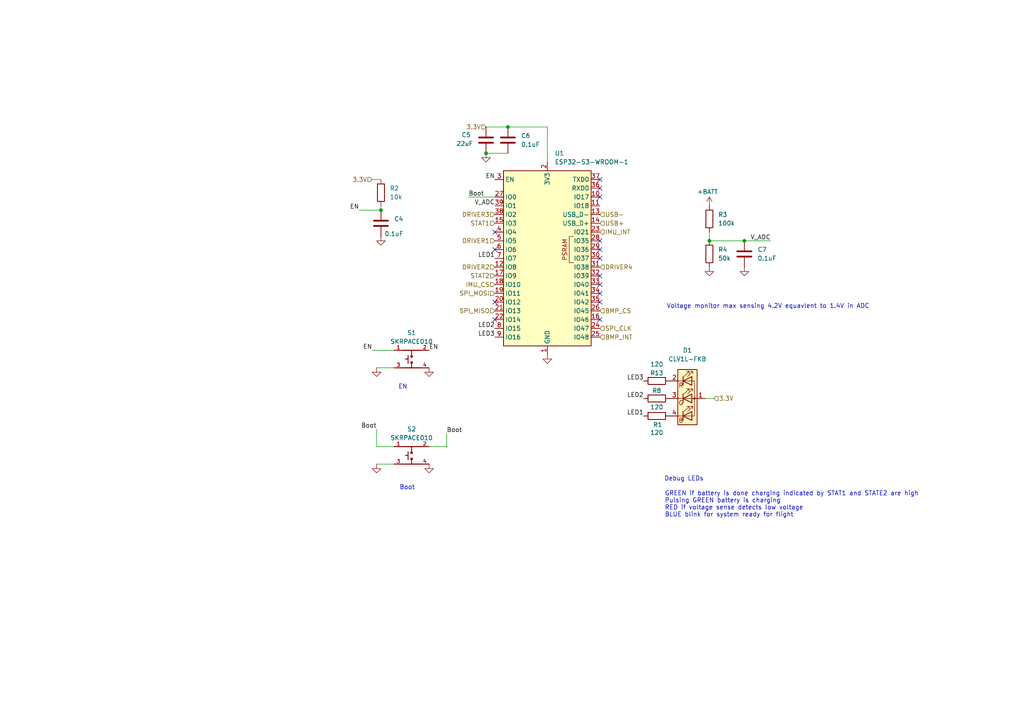
<source format=kicad_sch>
(kicad_sch (version 20250114) (generator "eeschema") (generator_version "9.0")
  (paper "A4")
  (lib_symbols
    (symbol "Device:C" (pin_numbers (hide yes)) (pin_names (offset 0.254))
      (property "Reference" "C" (at 0.635 2.54 0))
      (property "Value" "C" (at 0.635 -2.54 0))
      (symbol "C_0_1"
        (polyline (pts (xy -2.032 0.762) (xy 2.032 0.762)) (stroke (width 0.508)))
        (polyline (pts (xy -2.032 -0.762) (xy 2.032 -0.762)) (stroke (width 0.508)))
      )
      (symbol "C_1_1"
        (pin passive line (at 0 3.81 270) (length 2.794) (name "~") (number "1"))
        (pin passive line (at 0 -3.81 90) (length 2.794) (name "~") (number "2"))
      )
    )
    (symbol "Device:R" (pin_numbers (hide yes)) (pin_names (offset 0))
      (property "Reference" "R" (at 2.032 0 90))
      (property "Value" "R" (at 0 0 90))
      (symbol "R_0_1"
        (rectangle (start -1.016 -2.54) (end 1.016 2.54) (stroke (width 0.254)))
      )
      (symbol "R_1_1"
        (pin passive line (at 0 3.81 270) (length 1.27) (name "~") (number "1"))
        (pin passive line (at 0 -3.81 90) (length 1.27) (name "~") (number "2"))
      )
    )
    (symbol "LED:CLV1L-FKB" (pin_names (offset 0) (hide yes))
      (property "Reference" "D" (at 0 9.398 0))
      (property "Value" "CLV1L-FKB" (at 0 -8.89 0))
      (symbol "CLV1L-FKB_0_0"
        (text "R" (at -1.905 3.81 0) (effects (font (size 1.27 1.27))))
        (text "G" (at -1.905 -1.27 0) (effects (font (size 1.27 1.27))))
        (text "B" (at -1.905 -6.35 0) (effects (font (size 1.27 1.27))))
      )
      (symbol "CLV1L-FKB_0_1"
        (polyline (pts (xy -2.54 -5.08) (xy 1.27 -5.08)))
        (polyline (pts (xy -1.27 6.35) (xy -1.27 3.81)) (stroke (width 0.254)))
        (polyline (pts (xy -1.27 1.27) (xy -1.27 -1.27)) (stroke (width 0.254)))
        (polyline (pts (xy -1.27 -3.81) (xy -1.27 -6.35)) (stroke (width 0.254)))
        (polyline (pts (xy -1.016 6.35) (xy 0.508 7.874) (xy -0.254 7.874) (xy 0.508 7.874) (xy 0.508 7.112)))
        (polyline (pts (xy -1.016 1.27) (xy 0.508 2.794) (xy -0.254 2.794) (xy 0.508 2.794) (xy 0.508 2.032)))
        (polyline (pts (xy -1.016 -3.81) (xy 0.508 -2.286) (xy -0.254 -2.286) (xy 0.508 -2.286) (xy 0.508 -3.048)))
        (polyline (pts (xy 0 6.35) (xy 1.524 7.874) (xy 0.762 7.874) (xy 1.524 7.874) (xy 1.524 7.112)))
        (polyline (pts (xy 0 1.27) (xy 1.524 2.794) (xy 0.762 2.794) (xy 1.524 2.794) (xy 1.524 2.032)))
        (polyline (pts (xy 0 -3.81) (xy 1.524 -2.286) (xy 0.762 -2.286) (xy 1.524 -2.286) (xy 1.524 -3.048)))
        (polyline (pts (xy 1.27 6.35) (xy 1.27 3.81) (xy -1.27 5.08) (xy 1.27 6.35)) (stroke (width 0.254)))
        (rectangle (start 1.27 6.35) (end 1.27 6.35))
        (polyline (pts (xy 1.27 5.08) (xy -2.54 5.08)))
        (polyline (pts (xy 1.27 1.27) (xy 1.27 -1.27) (xy -1.27 0) (xy 1.27 1.27)) (stroke (width 0.254)))
        (polyline (pts (xy 1.27 -3.81) (xy 1.27 -6.35) (xy -1.27 -5.08) (xy 1.27 -3.81)) (stroke (width 0.254)))
        (polyline (pts (xy 1.27 -5.08) (xy 2.032 -5.08) (xy 2.032 5.08) (xy 1.27 5.08)))
        (circle (center 2.032 0) (radius 0.254) (fill (type outline)))
        (polyline (pts (xy 2.54 0) (xy -2.54 0)))
        (rectangle (start 2.794 8.382) (end -2.794 -7.62) (stroke (width 0.254)) (fill (type background)))
      )
      (symbol "CLV1L-FKB_1_1"
        (pin passive line (at -5.08 5.08 0) (length 2.54) (name "RK") (number "2"))
        (pin passive line (at -5.08 0 0) (length 2.54) (name "GK") (number "3"))
        (pin passive line (at -5.08 -5.08 0) (length 2.54) (name "BK") (number "4"))
        (pin passive line (at 5.08 0 180) (length 2.54) (name "A") (number "1"))
      )
    )
    (symbol "RF_Module:ESP32-S3-WROOM-1"
      (property "Reference" "U" (at -12.7 26.67 0))
      (property "Value" "ESP32-S3-WROOM-1" (at 12.7 26.67 0))
      (symbol "ESP32-S3-WROOM-1_0_0"
        (rectangle (start -12.7 25.4) (end 12.7 -25.4) (stroke (width 0.254)) (fill (type background)))
        (text "PSRAM" (at 5.08 2.54 900) (effects (font (size 1.27 1.27))))
      )
      (symbol "ESP32-S3-WROOM-1_0_1"
        (polyline (pts (xy 7.62 -1.27) (xy 6.35 -1.27) (xy 6.35 6.35) (xy 7.62 6.35)))
      )
      (symbol "ESP32-S3-WROOM-1_1_1"
        (pin input line (at -15.24 22.86 0) (length 2.54) (name "EN") (number "3"))
        (pin bidirectional line (at -15.24 17.78 0) (length 2.54) (name "IO0") (number "27"))
        (pin bidirectional line (at -15.24 15.24 0) (length 2.54) (name "IO1") (number "39"))
        (pin bidirectional line (at -15.24 12.7 0) (length 2.54) (name "IO2") (number "38"))
        (pin bidirectional line (at -15.24 10.16 0) (length 2.54) (name "IO3") (number "15"))
        (pin bidirectional line (at -15.24 7.62 0) (length 2.54) (name "IO4") (number "4"))
        (pin bidirectional line (at -15.24 5.08 0) (length 2.54) (name "IO5") (number "5"))
        (pin bidirectional line (at -15.24 2.54 0) (length 2.54) (name "IO6") (number "6"))
        (pin bidirectional line (at -15.24 0 0) (length 2.54) (name "IO7") (number "7"))
        (pin bidirectional line (at -15.24 -2.54 0) (length 2.54) (name "IO8") (number "12"))
        (pin bidirectional line (at -15.24 -5.08 0) (length 2.54) (name "IO9") (number "17"))
        (pin bidirectional line (at -15.24 -7.62 0) (length 2.54) (name "IO10") (number "18"))
        (pin bidirectional line (at -15.24 -10.16 0) (length 2.54) (name "IO11") (number "19"))
        (pin bidirectional line (at -15.24 -12.7 0) (length 2.54) (name "IO12") (number "20"))
        (pin bidirectional line (at -15.24 -15.24 0) (length 2.54) (name "IO13") (number "21"))
        (pin bidirectional line (at -15.24 -17.78 0) (length 2.54) (name "IO14") (number "22"))
        (pin bidirectional line (at -15.24 -20.32 0) (length 2.54) (name "IO15") (number "8"))
        (pin bidirectional line (at -15.24 -22.86 0) (length 2.54) (name "IO16") (number "9"))
        (pin power_in line (at 0 27.94 270) (length 2.54) (name "3V3") (number "2"))
        (pin power_in line (at 0 -27.94 90) (length 2.54) (name "GND") (number "1"))
        (pin passive line (at 0 -27.94 90) (length 2.54) (hide yes) (name "GND") (number "40"))
        (pin passive line (at 0 -27.94 90) (length 2.54) (hide yes) (name "GND") (number "41"))
        (pin bidirectional line (at 15.24 22.86 180) (length 2.54) (name "TXD0") (number "37"))
        (pin bidirectional line (at 15.24 20.32 180) (length 2.54) (name "RXD0") (number "36"))
        (pin bidirectional line (at 15.24 17.78 180) (length 2.54) (name "IO17") (number "10"))
        (pin bidirectional line (at 15.24 15.24 180) (length 2.54) (name "IO18") (number "11"))
        (pin bidirectional line (at 15.24 12.7 180) (length 2.54) (name "USB_D-") (number "13"))
        (pin bidirectional line (at 15.24 10.16 180) (length 2.54) (name "USB_D+") (number "14"))
        (pin bidirectional line (at 15.24 7.62 180) (length 2.54) (name "IO21") (number "23"))
        (pin bidirectional line (at 15.24 5.08 180) (length 2.54) (name "IO35") (number "28"))
        (pin bidirectional line (at 15.24 2.54 180) (length 2.54) (name "IO36") (number "29"))
        (pin bidirectional line (at 15.24 0 180) (length 2.54) (name "IO37") (number "30"))
        (pin bidirectional line (at 15.24 -2.54 180) (length 2.54) (name "IO38") (number "31"))
        (pin bidirectional line (at 15.24 -5.08 180) (length 2.54) (name "IO39") (number "32"))
        (pin bidirectional line (at 15.24 -7.62 180) (length 2.54) (name "IO40") (number "33"))
        (pin bidirectional line (at 15.24 -10.16 180) (length 2.54) (name "IO41") (number "34"))
        (pin bidirectional line (at 15.24 -12.7 180) (length 2.54) (name "IO42") (number "35"))
        (pin bidirectional line (at 15.24 -15.24 180) (length 2.54) (name "IO45") (number "26"))
        (pin bidirectional line (at 15.24 -17.78 180) (length 2.54) (name "IO46") (number "16"))
        (pin bidirectional line (at 15.24 -20.32 180) (length 2.54) (name "IO47") (number "24"))
        (pin bidirectional line (at 15.24 -22.86 180) (length 2.54) (name "IO48") (number "25"))
      )
    )
    (symbol "SKRPACE010:SKRPACE010" (pin_names (offset 1.016))
      (property "Reference" "S" (at -2.5431 5.0863 0))
      (property "Value" "SKRPACE010" (at -2.5442 -5.0884 0))
      (symbol "SKRPACE010_0_0"
        (polyline (pts (xy -5.08 2.54) (xy 5.08 2.54)) (stroke (width 0.254)))
        (polyline (pts (xy -2.54 2.54) (xy 0 2.54)) (stroke (width 0.254)))
        (polyline (pts (xy -2.54 -2.54) (xy 0 -2.54)) (stroke (width 0.254)))
        (polyline (pts (xy -1.016 1.016) (xy -1.016 0)) (stroke (width 0.254)))
        (polyline (pts (xy -1.016 0) (xy -1.778 0)) (stroke (width 0.254)))
        (polyline (pts (xy -1.016 0) (xy -1.016 -1.27)) (stroke (width 0.254)))
        (polyline (pts (xy 0 2.54) (xy 2.54 2.54)) (stroke (width 0.254)))
        (circle (center 0 0.762) (radius 0.254) (stroke (width 0.254)))
        (polyline (pts (xy 0 0.762) (xy 0 2.54)) (stroke (width 0.254)))
        (polyline (pts (xy 0 -1.016) (xy 0 -2.54)) (stroke (width 0.254)))
        (circle (center 0 -1.016) (radius 0.254) (stroke (width 0.254)))
        (polyline (pts (xy 0 -2.54) (xy 2.54 -2.54)) (stroke (width 0.254)))
        (polyline (pts (xy 5.08 -2.54) (xy -5.08 -2.54)) (stroke (width 0.254)))
        (pin bidirectional line (at -5.08 2.54 0) (length 2.54) (name "~") (number "1"))
        (pin bidirectional line (at -5.08 -2.54 0) (length 2.54) (name "~") (number "3"))
        (pin bidirectional line (at 5.08 2.54 180) (length 2.54) (name "~") (number "2"))
        (pin bidirectional line (at 5.08 -2.54 180) (length 2.54) (name "~") (number "4"))
      )
    )
    (symbol "power:+BATT" (power) (pin_numbers (hide yes)) (pin_names (offset 0) (hide yes))
      (property "Value" "+BATT" (at 0 3.556 0))
      (symbol "+BATT_0_1"
        (polyline (pts (xy -0.762 1.27) (xy 0 2.54)))
        (polyline (pts (xy 0 2.54) (xy 0.762 1.27)))
        (polyline (pts (xy 0 0) (xy 0 2.54)))
      )
      (symbol "+BATT_1_1"
        (pin power_in line (at 0 0 90) (length 0) (name "~") (number "1"))
      )
    )
    (symbol "power:GND" (power) (pin_numbers (hide yes)) (pin_names (offset 0) (hide yes))
      (property "Value" "GND" (at 0 -3.81 0))
      (symbol "GND_0_1"
        (polyline (pts (xy 0 0) (xy 0 -1.27) (xy 1.27 -1.27) (xy 0 -2.54) (xy -1.27 -1.27) (xy 0 -1.27)))
      )
      (symbol "GND_1_1"
        (pin power_in line (at 0 0 270) (length 0) (name "~") (number "1"))
      )
    )
  )
  (text "Boot\n" (at 118.11 141.478 0) (effects (font (size 1.27 1.27))))
  (text "EN\n" (at 116.84 112.268 0) (effects (font (size 1.27 1.27))))
  (text "Debug LEDs\n" (at 198.374 138.938 0) (effects (font (size 1.27 1.27))))
  (text "Voltage monitor max sensing 4.2V equavlent to 1.4V in ADC \n" (at 223.266 88.9 0) (effects (font (size 1.27 1.27))))
  (text "GREEN if battery is done charging indicated by STAT1 and STATE2 are high \nPulsing GREEN battery is charging \nRED if voltage sense detects low voltage \nBLUE blink for system ready for flight " (at 192.786 146.304 0) (effects (font (size 1.27 1.27)) (justify left)))
  (junction (at 110.49 60.96))
  (junction (at 147.32 36.83))
  (junction (at 215.9 69.85))
  (junction (at 205.74 69.85))
  (junction (at 140.97 44.45))
  (no_connect (at 173.99 72.39))
  (no_connect (at 143.51 72.39))
  (no_connect (at 173.99 54.61))
  (no_connect (at 173.99 87.63))
  (no_connect (at 173.99 82.55))
  (no_connect (at 173.99 69.85))
  (no_connect (at 143.51 92.71))
  (no_connect (at 173.99 74.93))
  (no_connect (at 173.99 92.71))
  (no_connect (at 173.99 52.07))
  (no_connect (at 173.99 80.01))
  (no_connect (at 173.99 85.09))
  (no_connect (at 173.99 57.15))
  (no_connect (at 143.51 67.31))
  (no_connect (at 143.51 87.63))
  (wire (pts (xy 107.95 101.6) (xy 114.3 101.6)))
  (wire (pts (xy 205.74 69.85) (xy 215.9 69.85)))
  (wire (pts (xy 158.75 36.83) (xy 147.32 36.83)))
  (wire (pts (xy 135.89 57.15) (xy 143.51 57.15)))
  (wire (pts (xy 109.22 129.54) (xy 114.3 129.54)))
  (wire (pts (xy 129.54 125.73) (xy 129.54 129.54)))
  (wire (pts (xy 109.22 124.46) (xy 109.22 129.54)))
  (wire (pts (xy 140.97 44.45) (xy 147.32 44.45)))
  (wire (pts (xy 104.14 60.96) (xy 110.49 60.96)))
  (wire (pts (xy 207.01 115.57) (xy 204.47 115.57)))
  (wire (pts (xy 109.22 134.62) (xy 114.3 134.62)))
  (wire (pts (xy 140.97 36.83) (xy 147.32 36.83)))
  (wire (pts (xy 158.75 46.99) (xy 158.75 36.83)))
  (wire (pts (xy 110.49 60.96) (xy 110.49 59.69)))
  (wire (pts (xy 107.95 52.07) (xy 110.49 52.07)))
  (wire (pts (xy 223.52 69.85) (xy 215.9 69.85)))
  (wire (pts (xy 205.74 67.31) (xy 205.74 69.85)))
  (wire (pts (xy 129.54 129.54) (xy 124.46 129.54)))
  (wire (pts (xy 109.22 106.68) (xy 114.3 106.68)))
  (label "LED3" (at 143.51 97.79 180))
  (label "EN" (at 104.14 60.96 180))
  (label "LED2" (at 186.69 115.57 180))
  (label "V_ADC" (at 223.52 69.85 180))
  (label "LED3" (at 186.69 110.49 180))
  (label "EN" (at 143.51 52.07 180))
  (label "LED1" (at 143.51 74.93 180))
  (label "LED2" (at 143.51 95.25 180))
  (label "V_ADC" (at 143.51 59.69 180))
  (label "Boot" (at 135.89 57.15 0))
  (label "EN" (at 124.46 101.6 0))
  (label "LED1" (at 186.69 120.65 180))
  (label "EN" (at 107.95 101.6 180))
  (label "Boot" (at 109.22 124.46 180))
  (label "Boot" (at 129.54 125.73 0))
  (hierarchical_label "DRIVER4" (shape input) (at 173.99 77.47 0))
  (hierarchical_label "SPI_MOSI" (shape input) (at 143.51 85.09 180))
  (hierarchical_label "3.3V" (shape input) (at 107.95 52.07 180))
  (hierarchical_label "IMU_CS" (shape input) (at 143.51 82.55 180))
  (hierarchical_label "DRIVER1" (shape input) (at 143.51 69.85 180))
  (hierarchical_label "IMU_INT" (shape input) (at 173.99 67.31 0))
  (hierarchical_label "USB+" (shape input) (at 173.99 64.77 0))
  (hierarchical_label "3.3V" (shape input) (at 140.97 36.83 180))
  (hierarchical_label "BMP_INT" (shape input) (at 173.99 97.79 0))
  (hierarchical_label "3.3V" (shape input) (at 207.01 115.57 0))
  (hierarchical_label "SPI_CLK" (shape input) (at 173.99 95.25 0))
  (hierarchical_label "STAT2" (shape input) (at 143.51 80.01 180))
  (hierarchical_label "SPI_MISO" (shape input) (at 143.51 90.17 180))
  (hierarchical_label "DRIVER3" (shape input) (at 143.51 62.23 180))
  (hierarchical_label "DRIVER2" (shape input) (at 143.51 77.47 180))
  (hierarchical_label "STAT1" (shape input) (at 143.51 64.77 180))
  (hierarchical_label "BMP_CS" (shape input) (at 173.99 90.17 0))
  (hierarchical_label "USB-" (shape input) (at 173.99 62.23 0))
  (symbol (lib_id "RF_Module:ESP32-S3-WROOM-1") (at 158.75 74.93 0) (unit 1)
    (property "Reference" "U1" (at 160.8933 44.45 0) (effects (justify left)))
    (property "Value" "ESP32-S3-WROOM-1" (at 160.8933 46.99 0) (effects (justify left)))
    (property "Footprint" "RF_Module:ESP32-S3-WROOM-1" (effects (hide yes)))
    (property "Datasheet" "https://www.espressif.com/sites/default/files/documentation/esp32-s3-wroom-1_wroom-1u_datasheet_en.pdf" (effects (hide yes)))
    (property "Description" "RF Module, ESP32-S3 SoC, Wi-Fi 802.11b/g/n, Bluetooth, BLE, 32-bit, 3.3V, onboard antenna, SMD" (effects (hide yes)))
  )
  (symbol (lib_id "Device:R") (at 110.49 55.88 0) (unit 1)
    (property "Reference" "R2" (at 113.03 54.6099 0) (effects (justify left)))
    (property "Value" "10k" (at 113.03 57.1499 0) (effects (justify left)))
    (property "Footprint" "Resistor_SMD:R_0201_0603Metric" (effects (hide yes)))
    (property "Description" "Resistor" (effects (hide yes)))
  )
  (symbol (lib_id "power:GND") (at 110.49 68.58 0) (unit 1)
    (property "Reference" "#PWR020" (effects (hide yes)))
    (property "Value" "GND" (effects (hide yes)))
    (property "Description" "Power symbol creates a global label with name \"GND\" , ground" (effects (hide yes)))
  )
  (symbol (lib_id "power:GND") (at 124.46 134.62 0) (unit 1)
    (property "Reference" "#PWR08" (effects (hide yes)))
    (property "Value" "GND" (effects (hide yes)))
    (property "Description" "Power symbol creates a global label with name \"GND\" , ground" (effects (hide yes)))
  )
  (symbol (lib_id "Device:R") (at 190.5 120.65 90) (unit 1)
    (property "Reference" "R1" (at 190.754 123.19 90))
    (property "Value" "120" (at 190.5 125.476 90))
    (property "Footprint" "Resistor_SMD:R_0201_0603Metric" (effects (hide yes)))
    (property "Description" "Resistor" (effects (hide yes)))
  )
  (symbol (lib_id "SKRPACE010:SKRPACE010") (at 119.38 104.14 0) (unit 1)
    (property "Reference" "S1" (at 119.38 96.52 0))
    (property "Value" "SKRPACE010" (at 119.38 99.06 0))
    (property "Footprint" "SKRPACE010:SW_SKRPACE010" (effects (hide yes)))
    (property "STANDARD" "Maniufacturer Recommendations" (effects (hide yes)))
    (property "MANUFACTURER" "ALPS" (effects (hide yes)))
  )
  (symbol (lib_id "Device:C") (at 140.97 40.64 0) (unit 1)
    (property "Reference" "C5" (at 133.858 39.116 0) (effects (justify left)))
    (property "Value" "22uF" (at 132.334 41.656 0) (effects (justify left)))
    (property "Footprint" "Capacitor_SMD:C_0201_0603Metric" (effects (hide yes)))
    (property "Description" "Unpolarized capacitor" (effects (hide yes)))
  )
  (symbol (lib_id "power:GND") (at 158.75 102.87 0) (unit 1)
    (property "Reference" "#PWR010" (effects (hide yes)))
    (property "Value" "GND" (effects (hide yes)))
    (property "Description" "Power symbol creates a global label with name \"GND\" , ground" (effects (hide yes)))
  )
  (symbol (lib_id "power:+BATT") (at 205.74 59.69 0) (unit 1)
    (property "Reference" "#PWR011" (effects (hide yes)))
    (property "Value" "+BATT" (at 205.232 55.626 0))
    (property "Description" "Power symbol creates a global label with name \"+BATT\"" (effects (hide yes)))
  )
  (symbol (lib_id "power:GND") (at 215.9 77.47 0) (unit 1)
    (property "Reference" "#PWR013" (effects (hide yes)))
    (property "Value" "GND" (effects (hide yes)))
    (property "Description" "Power symbol creates a global label with name \"GND\" , ground" (effects (hide yes)))
  )
  (symbol (lib_id "power:GND") (at 140.97 44.45 0) (unit 1)
    (property "Reference" "#PWR09" (effects (hide yes)))
    (property "Value" "GND" (effects (hide yes)))
    (property "Description" "Power symbol creates a global label with name \"GND\" , ground" (effects (hide yes)))
  )
  (symbol (lib_id "power:GND") (at 109.22 134.62 0) (unit 1)
    (property "Reference" "#PWR06" (effects (hide yes)))
    (property "Value" "GND" (effects (hide yes)))
    (property "Description" "Power symbol creates a global label with name \"GND\" , ground" (effects (hide yes)))
  )
  (symbol (lib_id "power:GND") (at 124.46 106.68 0) (unit 1)
    (property "Reference" "#PWR021" (effects (hide yes)))
    (property "Value" "GND" (effects (hide yes)))
    (property "Description" "Power symbol creates a global label with name \"GND\" , ground" (effects (hide yes)))
  )
  (symbol (lib_id "Device:R") (at 190.5 115.57 90) (unit 1)
    (property "Reference" "R8" (at 190.5 113.284 90))
    (property "Value" "120" (at 190.5 118.11 90))
    (property "Footprint" "Resistor_SMD:R_0201_0603Metric" (effects (hide yes)))
    (property "Description" "Resistor" (effects (hide yes)))
  )
  (symbol (lib_id "Device:C") (at 215.9 73.66 0) (unit 1)
    (property "Reference" "C7" (at 219.71 72.3899 0) (effects (justify left)))
    (property "Value" "0.1uF" (at 219.71 74.9299 0) (effects (justify left)))
    (property "Footprint" "Capacitor_SMD:C_0201_0603Metric" (effects (hide yes)))
    (property "Description" "Unpolarized capacitor" (effects (hide yes)))
  )
  (symbol (lib_id "Device:C") (at 110.49 64.77 0) (unit 1)
    (property "Reference" "C4" (at 114.3 63.4999 0) (effects (justify left)))
    (property "Value" "0.1uF" (at 111.506 67.818 0) (effects (justify left)))
    (property "Footprint" "Capacitor_SMD:C_0201_0603Metric" (effects (hide yes)))
    (property "Description" "Unpolarized capacitor" (effects (hide yes)))
  )
  (symbol (lib_id "LED:CLV1L-FKB") (at 199.39 115.57 0) (unit 1)
    (property "Reference" "D1" (at 199.39 101.6 0))
    (property "Value" "CLV1L-FKB" (at 199.39 104.14 0))
    (property "Footprint" "LED_SMD:LED_Cree-PLCC4_3.2x2.8mm_CCW" (effects (hide yes)))
    (property "Datasheet" "http://www.cree.com/led-components/media/documents/CLV1L-FKB-1238.pdf" (effects (hide yes)))
    (property "Description" "Cree PLCC4 3 in 1 SMD LED" (effects (hide yes)))
  )
  (symbol (lib_id "SKRPACE010:SKRPACE010") (at 119.38 132.08 0) (unit 1)
    (property "Reference" "S2" (at 119.38 124.46 0))
    (property "Value" "SKRPACE010" (at 119.38 127 0))
    (property "Footprint" "SKRPACE010:SW_SKRPACE010" (effects (hide yes)))
    (property "STANDARD" "Maniufacturer Recommendations" (effects (hide yes)))
    (property "MANUFACTURER" "ALPS" (effects (hide yes)))
  )
  (symbol (lib_id "Device:R") (at 190.5 110.49 90) (unit 1)
    (property "Reference" "R13" (at 190.5 108.204 90))
    (property "Value" "120" (at 190.5 105.664 90))
    (property "Footprint" "Resistor_SMD:R_0201_0603Metric" (effects (hide yes)))
    (property "Description" "Resistor" (effects (hide yes)))
  )
  (symbol (lib_id "power:GND") (at 109.22 106.68 0) (unit 1)
    (property "Reference" "#PWR07" (effects (hide yes)))
    (property "Value" "GND" (effects (hide yes)))
    (property "Description" "Power symbol creates a global label with name \"GND\" , ground" (effects (hide yes)))
  )
  (symbol (lib_id "power:GND") (at 205.74 77.47 0) (unit 1)
    (property "Reference" "#PWR012" (effects (hide yes)))
    (property "Value" "GND" (effects (hide yes)))
    (property "Description" "Power symbol creates a global label with name \"GND\" , ground" (effects (hide yes)))
  )
  (symbol (lib_id "Device:R") (at 205.74 73.66 0) (unit 1)
    (property "Reference" "R4" (at 208.28 72.3899 0) (effects (justify left)))
    (property "Value" "50k" (at 208.28 74.9299 0) (effects (justify left)))
    (property "Footprint" "Resistor_SMD:R_0201_0603Metric" (effects (hide yes)))
    (property "Description" "Resistor" (effects (hide yes)))
  )
  (symbol (lib_id "Device:R") (at 205.74 63.5 0) (unit 1)
    (property "Reference" "R3" (at 208.28 62.2299 0) (effects (justify left)))
    (property "Value" "100k" (at 208.28 64.7699 0) (effects (justify left)))
    (property "Footprint" "Resistor_SMD:R_0201_0603Metric" (effects (hide yes)))
    (property "Description" "Resistor" (effects (hide yes)))
  )
  (symbol (lib_id "Device:C") (at 147.32 40.64 0) (unit 1)
    (property "Reference" "C6" (at 151.13 39.3699 0) (effects (justify left)))
    (property "Value" "0.1uF" (at 151.13 41.9099 0) (effects (justify left)))
    (property "Footprint" "Capacitor_SMD:C_0201_0603Metric" (effects (hide yes)))
    (property "Description" "Unpolarized capacitor" (effects (hide yes)))
  )
)
</source>
